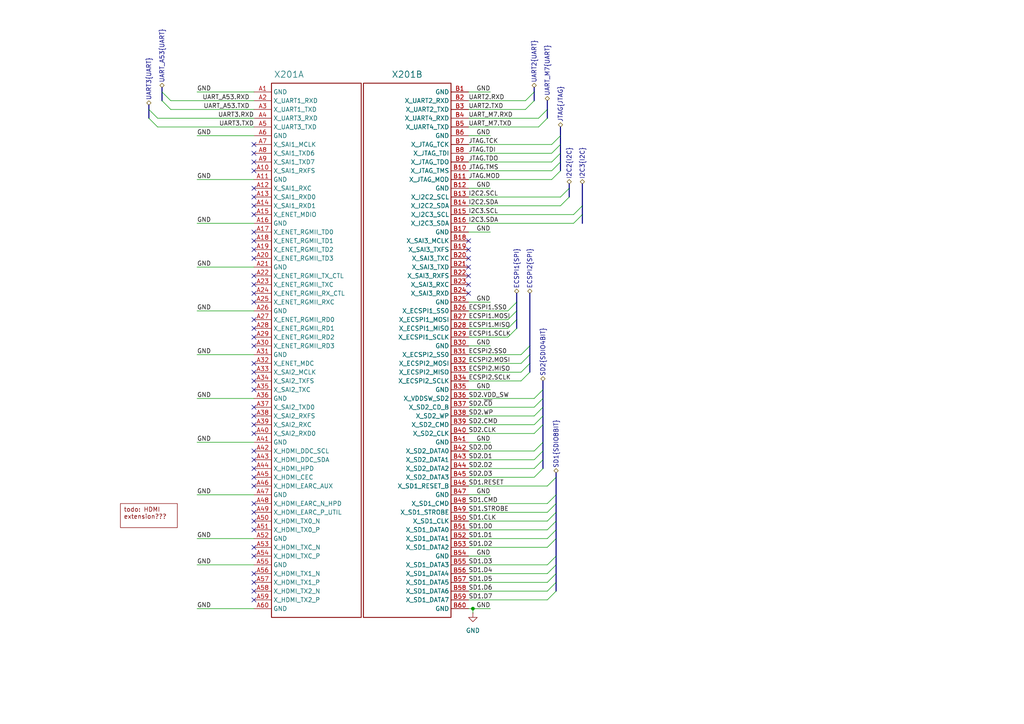
<source format=kicad_sch>
(kicad_sch (version 20250114) (generator "eeschema") (generator_version "9.0")
  (paper "A4")
  (lib_symbols
    (symbol "extras:Phytec-PCM-070"
      (property "Reference" "X" (at -30.48 154.305 0))
      (symbol "Phytec-PCM-070_1_0"
        (polyline (pts (xy -31.115 -2.54) (xy -5.08 -2.54) (xy -5.08 152.4) (xy -31.115 152.4) (xy -31.115 -2.54)) (stroke (width 0.254)))
        (pin passive line (at 0 149.86 180) (length 5.08) (name "GND") (number "A1"))
        (pin passive line (at 0 147.32 180) (length 5.08) (name "X_UART1_RXD") (number "A2"))
        (pin passive line (at 0 144.78 180) (length 5.08) (name "X_UART1_TXD") (number "A3"))
        (pin passive line (at 0 142.24 180) (length 5.08) (name "X_UART3_RXD") (number "A4"))
        (pin passive line (at 0 139.7 180) (length 5.08) (name "X_UART3_TXD") (number "A5"))
        (pin passive line (at 0 137.16 180) (length 5.08) (name "GND") (number "A6"))
        (pin passive line (at 0 134.62 180) (length 5.08) (name "X_SAI1_MCLK") (number "A7"))
        (pin passive line (at 0 132.08 180) (length 5.08) (name "X_SAI1_TXD6") (number "A8"))
        (pin passive line (at 0 129.54 180) (length 5.08) (name "X_SAI1_TXD7") (number "A9"))
        (pin passive line (at 0 127 180) (length 5.08) (name "X_SAI1_RXFS") (number "A10"))
        (pin passive line (at 0 124.46 180) (length 5.08) (name "GND") (number "A11"))
        (pin passive line (at 0 121.92 180) (length 5.08) (name "X_SAI1_RXC") (number "A12"))
        (pin passive line (at 0 119.38 180) (length 5.08) (name "X_SAI1_RXD0") (number "A13"))
        (pin passive line (at 0 116.84 180) (length 5.08) (name "X_SAI1_RXD1") (number "A14"))
        (pin passive line (at 0 114.3 180) (length 5.08) (name "X_ENET_MDIO") (number "A15"))
        (pin passive line (at 0 111.76 180) (length 5.08) (name "GND") (number "A16"))
        (pin passive line (at 0 109.22 180) (length 5.08) (name "X_ENET_RGMII_TD0") (number "A17"))
        (pin passive line (at 0 106.68 180) (length 5.08) (name "X_ENET_RGMII_TD1") (number "A18"))
        (pin passive line (at 0 104.14 180) (length 5.08) (name "X_ENET_RGMII_TD2") (number "A19"))
        (pin passive line (at 0 101.6 180) (length 5.08) (name "X_ENET_RGMII_TD3") (number "A20"))
        (pin passive line (at 0 99.06 180) (length 5.08) (name "GND") (number "A21"))
        (pin passive line (at 0 96.52 180) (length 5.08) (name "X_ENET_RGMII_TX_CTL") (number "A22"))
        (pin passive line (at 0 93.98 180) (length 5.08) (name "X_ENET_RGMII_TXC") (number "A23"))
        (pin passive line (at 0 91.44 180) (length 5.08) (name "X_ENET_RGMII_RX_CTL") (number "A24"))
        (pin passive line (at 0 88.9 180) (length 5.08) (name "X_ENET_RGMII_RXC") (number "A25"))
        (pin passive line (at 0 86.36 180) (length 5.08) (name "GND") (number "A26"))
        (pin passive line (at 0 83.82 180) (length 5.08) (name "X_ENET_RGMII_RD0") (number "A27"))
        (pin passive line (at 0 81.28 180) (length 5.08) (name "X_ENET_RGMII_RD1") (number "A28"))
        (pin passive line (at 0 78.74 180) (length 5.08) (name "X_ENET_RGMII_RD2") (number "A29"))
        (pin passive line (at 0 76.2 180) (length 5.08) (name "X_ENET_RGMII_RD3") (number "A30"))
        (pin passive line (at 0 73.66 180) (length 5.08) (name "GND") (number "A31"))
        (pin passive line (at 0 71.12 180) (length 5.08) (name "X_ENET_MDC") (number "A32"))
        (pin passive line (at 0 68.58 180) (length 5.08) (name "X_SAI2_MCLK") (number "A33"))
        (pin passive line (at 0 66.04 180) (length 5.08) (name "X_SAI2_TXFS") (number "A34"))
        (pin passive line (at 0 63.5 180) (length 5.08) (name "X_SAI2_TXC") (number "A35"))
        (pin passive line (at 0 60.96 180) (length 5.08) (name "GND") (number "A36"))
        (pin passive line (at 0 58.42 180) (length 5.08) (name "X_SAI2_TXD0") (number "A37"))
        (pin passive line (at 0 55.88 180) (length 5.08) (name "X_SAI2_RXFS") (number "A38"))
        (pin passive line (at 0 53.34 180) (length 5.08) (name "X_SAI2_RXC") (number "A39"))
        (pin passive line (at 0 50.8 180) (length 5.08) (name "X_SAI2_RXD0") (number "A40"))
        (pin passive line (at 0 48.26 180) (length 5.08) (name "GND") (number "A41"))
        (pin passive line (at 0 45.72 180) (length 5.08) (name "X_HDMI_DDC_SCL") (number "A42"))
        (pin passive line (at 0 43.18 180) (length 5.08) (name "X_HDMI_DDC_SDA") (number "A43"))
        (pin passive line (at 0 40.64 180) (length 5.08) (name "X_HDMI_HPD") (number "A44"))
        (pin passive line (at 0 38.1 180) (length 5.08) (name "X_HDMI_CEC") (number "A45"))
        (pin passive line (at 0 35.56 180) (length 5.08) (name "X_HDMI_EARC_AUX") (number "A46"))
        (pin passive line (at 0 33.02 180) (length 5.08) (name "GND") (number "A47"))
        (pin passive line (at 0 30.48 180) (length 5.08) (name "X_HDMI_EARC_N_HPD") (number "A48"))
        (pin passive line (at 0 27.94 180) (length 5.08) (name "X_HDMI_EARC_P_UTIL") (number "A49"))
        (pin passive line (at 0 25.4 180) (length 5.08) (name "X_HDMI_TX0_N") (number "A50"))
        (pin passive line (at 0 22.86 180) (length 5.08) (name "X_HDMI_TX0_P") (number "A51"))
        (pin passive line (at 0 20.32 180) (length 5.08) (name "GND") (number "A52"))
        (pin passive line (at 0 17.78 180) (length 5.08) (name "X_HDMI_TXC_N") (number "A53"))
        (pin passive line (at 0 15.24 180) (length 5.08) (name "X_HDMI_TXC_P") (number "A54"))
        (pin passive line (at 0 12.7 180) (length 5.08) (name "GND") (number "A55"))
        (pin passive line (at 0 10.16 180) (length 5.08) (name "X_HDMI_TX1_N") (number "A56"))
        (pin passive line (at 0 7.62 180) (length 5.08) (name "X_HDMI_TX1_P") (number "A57"))
        (pin passive line (at 0 5.08 180) (length 5.08) (name "X_HDMI_TX2_N") (number "A58"))
        (pin passive line (at 0 2.54 180) (length 5.08) (name "X_HDMI_TX2_P") (number "A59"))
        (pin passive line (at 0 0 180) (length 5.08) (name "GND") (number "A60"))
      )
      (symbol "Phytec-PCM-070_2_0"
        (polyline (pts (xy -30.48 -2.54) (xy -5.08 -2.54) (xy -5.08 152.4) (xy -30.48 152.4) (xy -30.48 -2.54)) (stroke (width 0.254)))
        (pin passive line (at 0 149.86 180) (length 5.08) (name "GND") (number "B1"))
        (pin passive line (at 0 147.32 180) (length 5.08) (name "X_UART2_RXD") (number "B2"))
        (pin passive line (at 0 144.78 180) (length 5.08) (name "X_UART2_TXD") (number "B3"))
        (pin passive line (at 0 142.24 180) (length 5.08) (name "X_UART4_RXD") (number "B4"))
        (pin passive line (at 0 139.7 180) (length 5.08) (name "X_UART4_TXD") (number "B5"))
        (pin passive line (at 0 137.16 180) (length 5.08) (name "GND") (number "B6"))
        (pin passive line (at 0 134.62 180) (length 5.08) (name "X_JTAG_TCK") (number "B7"))
        (pin passive line (at 0 132.08 180) (length 5.08) (name "X_JTAG_TDI") (number "B8"))
        (pin passive line (at 0 129.54 180) (length 5.08) (name "X_JTAG_TDO") (number "B9"))
        (pin passive line (at 0 127 180) (length 5.08) (name "X_JTAG_TMS") (number "B10"))
        (pin passive line (at 0 124.46 180) (length 5.08) (name "X_JTAG_MOD") (number "B11"))
        (pin passive line (at 0 121.92 180) (length 5.08) (name "GND") (number "B12"))
        (pin passive line (at 0 119.38 180) (length 5.08) (name "X_I2C2_SCL") (number "B13"))
        (pin passive line (at 0 116.84 180) (length 5.08) (name "X_I2C2_SDA") (number "B14"))
        (pin passive line (at 0 114.3 180) (length 5.08) (name "X_I2C3_SCL") (number "B15"))
        (pin passive line (at 0 111.76 180) (length 5.08) (name "X_I2C3_SDA") (number "B16"))
        (pin passive line (at 0 109.22 180) (length 5.08) (name "GND") (number "B17"))
        (pin passive line (at 0 106.68 180) (length 5.08) (name "X_SAI3_MCLK") (number "B18"))
        (pin passive line (at 0 104.14 180) (length 5.08) (name "X_SAI3_TXFS") (number "B19"))
        (pin passive line (at 0 101.6 180) (length 5.08) (name "X_SAI3_TXC") (number "B20"))
        (pin passive line (at 0 99.06 180) (length 5.08) (name "X_SAI3_TXD") (number "B21"))
        (pin passive line (at 0 96.52 180) (length 5.08) (name "X_SAI3_RXFS") (number "B22"))
        (pin passive line (at 0 93.98 180) (length 5.08) (name "X_SAI3_RXC") (number "B23"))
        (pin passive line (at 0 91.44 180) (length 5.08) (name "X_SAI3_RXD") (number "B24"))
        (pin passive line (at 0 88.9 180) (length 5.08) (name "GND") (number "B25"))
        (pin passive line (at 0 86.36 180) (length 5.08) (name "X_ECSPI1_SS0") (number "B26"))
        (pin passive line (at 0 83.82 180) (length 5.08) (name "X_ECSPI1_MOSI") (number "B27"))
        (pin passive line (at 0 81.28 180) (length 5.08) (name "X_ECSPI1_MISO") (number "B28"))
        (pin passive line (at 0 78.74 180) (length 5.08) (name "X_ECSPI1_SCLK") (number "B29"))
        (pin passive line (at 0 76.2 180) (length 5.08) (name "GND") (number "B30"))
        (pin passive line (at 0 73.66 180) (length 5.08) (name "X_ECSPI2_SS0") (number "B31"))
        (pin passive line (at 0 71.12 180) (length 5.08) (name "X_ECSPI2_MOSI") (number "B32"))
        (pin passive line (at 0 68.58 180) (length 5.08) (name "X_ECSPI2_MISO") (number "B33"))
        (pin passive line (at 0 66.04 180) (length 5.08) (name "X_ECSPI2_SCLK") (number "B34"))
        (pin passive line (at 0 63.5 180) (length 5.08) (name "GND") (number "B35"))
        (pin passive line (at 0 60.96 180) (length 5.08) (name "X_VDDSW_SD2") (number "B36"))
        (pin passive line (at 0 58.42 180) (length 5.08) (name "X_SD2_CD_B") (number "B37"))
        (pin passive line (at 0 55.88 180) (length 5.08) (name "X_SD2_WP") (number "B38"))
        (pin passive line (at 0 53.34 180) (length 5.08) (name "X_SD2_CMD") (number "B39"))
        (pin passive line (at 0 50.8 180) (length 5.08) (name "X_SD2_CLK") (number "B40"))
        (pin passive line (at 0 48.26 180) (length 5.08) (name "GND") (number "B41"))
        (pin passive line (at 0 45.72 180) (length 5.08) (name "X_SD2_DATA0") (number "B42"))
        (pin passive line (at 0 43.18 180) (length 5.08) (name "X_SD2_DATA1") (number "B43"))
        (pin passive line (at 0 40.64 180) (length 5.08) (name "X_SD2_DATA2") (number "B44"))
        (pin passive line (at 0 38.1 180) (length 5.08) (name "X_SD2_DATA3") (number "B45"))
        (pin passive line (at 0 35.56 180) (length 5.08) (name "X_SD1_RESET_B") (number "B46"))
        (pin passive line (at 0 33.02 180) (length 5.08) (name "GND") (number "B47"))
        (pin passive line (at 0 30.48 180) (length 5.08) (name "X_SD1_CMD") (number "B48"))
        (pin passive line (at 0 27.94 180) (length 5.08) (name "X_SD1_STROBE") (number "B49"))
        (pin passive line (at 0 25.4 180) (length 5.08) (name "X_SD1_CLK") (number "B50"))
        (pin passive line (at 0 22.86 180) (length 5.08) (name "X_SD1_DATA0") (number "B51"))
        (pin passive line (at 0 20.32 180) (length 5.08) (name "X_SD1_DATA1") (number "B52"))
        (pin passive line (at 0 17.78 180) (length 5.08) (name "X_SD1_DATA2") (number "B53"))
        (pin passive line (at 0 15.24 180) (length 5.08) (name "GND") (number "B54"))
        (pin passive line (at 0 12.7 180) (length 5.08) (name "X_SD1_DATA3") (number "B55"))
        (pin passive line (at 0 10.16 180) (length 5.08) (name "X_SD1_DATA4") (number "B56"))
        (pin passive line (at 0 7.62 180) (length 5.08) (name "X_SD1_DATA5") (number "B57"))
        (pin passive line (at 0 5.08 180) (length 5.08) (name "X_SD1_DATA6") (number "B58"))
        (pin passive line (at 0 2.54 180) (length 5.08) (name "X_SD1_DATA7") (number "B59"))
        (pin passive line (at 0 0 180) (length 5.08) (name "GND") (number "B60"))
      )
      (symbol "Phytec-PCM-070_3_0"
        (polyline (pts (xy -35.56 -2.54) (xy -5.08 -2.54) (xy -5.08 152.4) (xy -35.56 152.4) (xy -35.56 -2.54)) (stroke (width 0.254)))
        (pin passive line (at 0 149.86 180) (length 5.08) (name "VIN_3V3") (number "C1"))
        (pin passive line (at 0 147.32 180) (length 5.08) (name "VIN_3V3") (number "C2"))
        (pin passive line (at 0 144.78 180) (length 5.08) (name "VIN_3V3") (number "C3"))
        (pin passive line (at 0 142.24 180) (length 5.08) (name "VIN_3V3") (number "C4"))
        (pin passive line (at 0 139.7 180) (length 5.08) (name "GND") (number "C5"))
        (pin passive line (at 0 137.16 180) (length 5.08) (name "GND") (number "C6"))
        (pin passive line (at 0 134.62 180) (length 5.08) (name "GND") (number "C7"))
        (pin passive line (at 0 132.08 180) (length 5.08) (name "VIN_SNVS_1V8") (number "C8"))
        (pin passive line (at 0 129.54 180) (length 5.08) (name "VBAT") (number "C9"))
        (pin passive line (at 0 127 180) (length 5.08) (name "X_RTC_INT") (number "C10"))
        (pin passive line (at 0 124.46 180) (length 5.08) (name "X_PMIC_RST_B") (number "C11"))
        (pin passive line (at 0 121.92 180) (length 5.08) (name "X_PMIC_WDOG_B/GPIO1_IO02") (number "C12"))
        (pin passive line (at 0 119.38 180) (length 5.08) (name "X_POR_B_VIO") (number "C13"))
        (pin passive line (at 0 116.84 180) (length 5.08) (name "X_nPWR_READY") (number "C14"))
        (pin passive line (at 0 114.3 180) (length 5.08) (name "GND") (number "C15"))
        (pin passive line (at 0 111.76 180) (length 5.08) (name "X_USB1_VBUS") (number "C16"))
        (pin passive line (at 0 109.22 180) (length 5.08) (name "X_USB1_ID") (number "C17"))
        (pin passive line (at 0 106.68 180) (length 5.08) (name "X_USB1_D_N") (number "C18"))
        (pin passive line (at 0 104.14 180) (length 5.08) (name "X_USB1_D_P") (number "C19"))
        (pin passive line (at 0 101.6 180) (length 5.08) (name "GND") (number "C20"))
        (pin passive line (at 0 99.06 180) (length 5.08) (name "X_USB1_TX_N") (number "C21"))
        (pin passive line (at 0 96.52 180) (length 5.08) (name "X_USB1_TX_P") (number "C22"))
        (pin passive line (at 0 93.98 180) (length 5.08) (name "X_USB1_RX_N") (number "C23"))
        (pin passive line (at 0 91.44 180) (length 5.08) (name "X_USB1_RX_P") (number "C24"))
        (pin passive line (at 0 88.9 180) (length 5.08) (name "GND") (number "C25"))
        (pin passive line (at 0 86.36 180) (length 5.08) (name "X_USB2_VBUS") (number "C26"))
        (pin passive line (at 0 83.82 180) (length 5.08) (name "X_USB2_ID") (number "C27"))
        (pin passive line (at 0 81.28 180) (length 5.08) (name "X_USB2_D_N") (number "C28"))
        (pin passive line (at 0 78.74 180) (length 5.08) (name "X_USB2_D_P") (number "C29"))
        (pin passive line (at 0 76.2 180) (length 5.08) (name "GND") (number "C30"))
        (pin passive line (at 0 73.66 180) (length 5.08) (name "X_USB2_TX_N") (number "C31"))
        (pin passive line (at 0 71.12 180) (length 5.08) (name "X_USB2_TX_P") (number "C32"))
        (pin passive line (at 0 68.58 180) (length 5.08) (name "X_USB2_RX_N") (number "C33"))
        (pin passive line (at 0 66.04 180) (length 5.08) (name "X_USB2_RX_P") (number "C34"))
        (pin passive line (at 0 63.5 180) (length 5.08) (name "GND") (number "C35"))
        (pin passive line (at 0 60.96 180) (length 5.08) (name "X_LVDS1_D0_N") (number "C36"))
        (pin passive line (at 0 58.42 180) (length 5.08) (name "X_LVDS1_D0_P") (number "C37"))
        (pin passive line (at 0 55.88 180) (length 5.08) (name "X_LVDS1_D1_N") (number "C38"))
        (pin passive line (at 0 53.34 180) (length 5.08) (name "X_LVDS1_D1_P") (number "C39"))
        (pin passive line (at 0 50.8 180) (length 5.08) (name "GND") (number "C40"))
        (pin passive line (at 0 48.26 180) (length 5.08) (name "X_LVDS1_CLK_N") (number "C41"))
        (pin passive line (at 0 45.72 180) (length 5.08) (name "X_LVDS1_CLK_P") (number "C42"))
        (pin passive line (at 0 43.18 180) (length 5.08) (name "X_LVDS1_D2_N") (number "C43"))
        (pin passive line (at 0 40.64 180) (length 5.08) (name "X_LVDS1_D2_P") (number "C44"))
        (pin passive line (at 0 38.1 180) (length 5.08) (name "GND") (number "C45"))
        (pin passive line (at 0 35.56 180) (length 5.08) (name "X_LVDS1_D3_N") (number "C46"))
        (pin passive line (at 0 33.02 180) (length 5.08) (name "X_LVDS1_D3_P") (number "C47"))
        (pin passive line (at 0 30.48 180) (length 5.08) (name "X_LVDS0_D0_N") (number "C48"))
        (pin passive line (at 0 27.94 180) (length 5.08) (name "X_LVDS0_D0_P") (number "C49"))
        (pin passive line (at 0 25.4 180) (length 5.08) (name "GND") (number "C50"))
        (pin passive line (at 0 22.86 180) (length 5.08) (name "X_LVDS0_D1_N") (number "C51"))
        (pin passive line (at 0 20.32 180) (length 5.08) (name "X_LVDS0_D1_P") (number "C52"))
        (pin passive line (at 0 17.78 180) (length 5.08) (name "X_LVDS0_CLK_N") (number "C53"))
        (pin passive line (at 0 15.24 180) (length 5.08) (name "X_LVDS0_CLK_P") (number "C54"))
        (pin passive line (at 0 12.7 180) (length 5.08) (name "GND") (number "C55"))
        (pin passive line (at 0 10.16 180) (length 5.08) (name "X_LVDS0_D2_N") (number "C56"))
        (pin passive line (at 0 7.62 180) (length 5.08) (name "X_LVDS0_D2_P") (number "C57"))
        (pin passive line (at 0 5.08 180) (length 5.08) (name "X_LVDS0_D3_N") (number "C58"))
        (pin passive line (at 0 2.54 180) (length 5.08) (name "X_LVDS0_D3_P") (number "C59"))
        (pin passive line (at 0 0 180) (length 5.08) (name "GND") (number "C60"))
      )
      (symbol "Phytec-PCM-070_4_0"
        (polyline (pts (xy -37.465 -2.54) (xy -5.08 -2.54) (xy -5.08 152.4) (xy -37.465 152.4) (xy -37.465 -2.54)) (stroke (width 0.254)))
        (pin passive line (at 0 149.86 180) (length 5.08) (name "VIN_3V3") (number "D1"))
        (pin passive line (at 0 147.32 180) (length 5.08) (name "VIN_3V3") (number "D2"))
        (pin passive line (at 0 144.78 180) (length 5.08) (name "VIN_3V3") (number "D3"))
        (pin passive line (at 0 142.24 180) (length 5.08) (name "VIN_3V3") (number "D4"))
        (pin passive line (at 0 139.7 180) (length 5.08) (name "GND") (number "D5"))
        (pin passive line (at 0 137.16 180) (length 5.08) (name "GND") (number "D6"))
        (pin passive line (at 0 134.62 180) (length 5.08) (name "GND") (number "D7"))
        (pin passive line (at 0 132.08 180) (length 5.08) (name "X_VIO_Ctrl") (number "D8"))
        (pin passive line (at 0 129.54 180) (length 5.08) (name "X_OnOff") (number "D9"))
        (pin passive line (at 0 127 180) (length 5.08) (name "X_PMIC_ON_REQ") (number "D10"))
        (pin passive line (at 0 124.46 180) (length 5.08) (name "X_PMIC_IRQ_B") (number "D11"))
        (pin passive line (at 0 121.92 180) (length 5.08) (name "X_RTC_CLKOUT/nTEMP_ALERT") (number "D12"))
        (pin passive line (at 0 119.38 180) (length 5.08) (name "GND") (number "D13"))
        (pin passive line (at 0 116.84 180) (length 5.08) (name "X_GPIO1_IO00") (number "D14"))
        (pin passive line (at 0 114.3 180) (length 5.08) (name "X_GPIO1_IO01") (number "D15"))
        (pin passive line (at 0 111.76 180) (length 5.08) (name "X_GPIO1_IO03") (number "D16"))
        (pin passive line (at 0 109.22 180) (length 5.08) (name "X_PMIC_SD_VSEL/GPIO1_IO04") (number "D17"))
        (pin passive line (at 0 106.68 180) (length 5.08) (name "X_GPIO1_IO05") (number "D18"))
        (pin passive line (at 0 104.14 180) (length 5.08) (name "GND") (number "D19"))
        (pin passive line (at 0 101.6 180) (length 5.08) (name "X_GPIO1_IO06") (number "D20"))
        (pin passive line (at 0 99.06 180) (length 5.08) (name "X_GPIO1_IO07") (number "D21"))
        (pin passive line (at 0 96.52 180) (length 5.08) (name "X_BOOT_MODE0") (number "D22"))
        (pin passive line (at 0 93.98 180) (length 5.08) (name "X_BOOT_MODE1") (number "D23"))
        (pin passive line (at 0 91.44 180) (length 5.08) (name "X_BOOT_MODE2") (number "D24"))
        (pin passive line (at 0 88.9 180) (length 5.08) (name "X_BOOT_MODE3") (number "D25"))
        (pin passive line (at 0 86.36 180) (length 5.08) (name "GND") (number "D26"))
        (pin passive line (at 0 83.82 180) (length 5.08) (name "X_PCIE_TXN_N") (number "D27"))
        (pin passive line (at 0 81.28 180) (length 5.08) (name "X_PCIE_TXN_P") (number "D28"))
        (pin passive line (at 0 78.74 180) (length 5.08) (name "X_PCIE_RXN_N") (number "D29"))
        (pin passive line (at 0 76.2 180) (length 5.08) (name "X_PCIE_RXN_P") (number "D30"))
        (pin passive line (at 0 73.66 180) (length 5.08) (name "GND") (number "D31"))
        (pin passive line (at 0 71.12 180) (length 5.08) (name "X_PCIE_REF_PAD_CLK_N") (number "D32"))
        (pin passive line (at 0 68.58 180) (length 5.08) (name "X_PCIE_REF_PAD_CLK_P") (number "D33"))
        (pin passive line (at 0 66.04 180) (length 5.08) (name "X_MIPI_CSI1_D0_N") (number "D34"))
        (pin passive line (at 0 63.5 180) (length 5.08) (name "X_MIPI_CSI1_D0_P") (number "D35"))
        (pin passive line (at 0 60.96 180) (length 5.08) (name "GND") (number "D36"))
        (pin passive line (at 0 58.42 180) (length 5.08) (name "X_MIPI_CSI1_D1_N") (number "D37"))
        (pin passive line (at 0 55.88 180) (length 5.08) (name "X_MIPI_CSI1_D1_P") (number "D38"))
        (pin passive line (at 0 53.34 180) (length 5.08) (name "X_MIPI_CSI1_CLK_N") (number "D39"))
        (pin passive line (at 0 50.8 180) (length 5.08) (name "X_MIPI_CSI1_CLK_P") (number "D40"))
        (pin passive line (at 0 48.26 180) (length 5.08) (name "GND") (number "D41"))
        (pin passive line (at 0 45.72 180) (length 5.08) (name "X_MIPI_CSI1_D2_N") (number "D42"))
        (pin passive line (at 0 43.18 180) (length 5.08) (name "X_MIPI_CSI1_D2_P") (number "D43"))
        (pin passive line (at 0 40.64 180) (length 5.08) (name "X_MIPI_CSI1_D3_N") (number "D44"))
        (pin passive line (at 0 38.1 180) (length 5.08) (name "X_MIPI_CSI1_D3_P") (number "D45"))
        (pin passive line (at 0 35.56 180) (length 5.08) (name "GND") (number "D46"))
        (pin passive line (at 0 33.02 180) (length 5.08) (name "X_ETH1_A_N") (number "D47"))
        (pin passive line (at 0 30.48 180) (length 5.08) (name "X_ETH1_A_P") (number "D48"))
        (pin passive line (at 0 27.94 180) (length 5.08) (name "X_ETH1_B_N") (number "D49"))
        (pin passive line (at 0 25.4 180) (length 5.08) (name "X_ETH1_B_P") (number "D50"))
        (pin passive line (at 0 22.86 180) (length 5.08) (name "GND") (number "D51"))
        (pin passive line (at 0 20.32 180) (length 5.08) (name "X_ETH1_C_N") (number "D52"))
        (pin passive line (at 0 17.78 180) (length 5.08) (name "X_ETH1_C_P") (number "D53"))
        (pin passive line (at 0 15.24 180) (length 5.08) (name "X_ETH1_D_N") (number "D54"))
        (pin passive line (at 0 12.7 180) (length 5.08) (name "X_ETH1_D_P") (number "D55"))
        (pin passive line (at 0 10.16 180) (length 5.08) (name "GND") (number "D56"))
        (pin passive line (at 0 7.62 180) (length 5.08) (name "X_ETH1_GPIO0") (number "D57"))
        (pin passive line (at 0 5.08 180) (length 5.08) (name "X_ETH1_GPIO1") (number "D58"))
        (pin passive line (at 0 2.54 180) (length 5.08) (name "X_ETH1_LED0_LINK") (number "D59"))
        (pin passive line (at 0 0 180) (length 5.08) (name "X_ETH1_LED2_ACT") (number "D60"))
      )
      (symbol "Phytec-PCM-070_5_0"
        (polyline (pts (xy 5.08 -2.54) (xy 33.02 -2.54) (xy 33.02 76.2) (xy 5.08 76.2) (xy 5.08 -2.54)) (stroke (width 0.254)))
        (pin passive line (at 0 73.66 0) (length 5.08) (name "GND") (number "E1"))
        (pin passive line (at 0 71.12 0) (length 5.08) (name "X_nETHPHY_INT/GPIO1_IO15") (number "E2"))
        (pin passive line (at 0 68.58 0) (length 5.08) (name "X_GPIO1_IO14") (number "E3"))
        (pin passive line (at 0 66.04 0) (length 5.08) (name "X_GPIO1_IO13") (number "E4"))
        (pin passive line (at 0 63.5 0) (length 5.08) (name "X_GPIO1_IO12") (number "E5"))
        (pin passive line (at 0 60.96 0) (length 5.08) (name "X_GPIO1_IO11") (number "E6"))
        (pin passive line (at 0 58.42 0) (length 5.08) (name "GND") (number "E7"))
        (pin passive line (at 0 55.88 0) (length 5.08) (name "X_GPIO1_IO10") (number "E8"))
        (pin passive line (at 0 53.34 0) (length 5.08) (name "X_GPIO1_IO09") (number "E9"))
        (pin passive line (at 0 50.8 0) (length 5.08) (name "X_GPIO1_IO08") (number "E10"))
        (pin passive line (at 0 48.26 0) (length 5.08) (name "X_I2C4_SCL") (number "E11"))
        (pin passive line (at 0 45.72 0) (length 5.08) (name "X_I2C4_SDA") (number "E12"))
        (pin passive line (at 0 43.18 0) (length 5.08) (name "GND") (number "E13"))
        (pin passive line (at 0 40.64 0) (length 5.08) (name "X_SPDIF_RX") (number "E14"))
        (pin passive line (at 0 38.1 0) (length 5.08) (name "X_SPDIF_TX") (number "E15"))
        (pin passive line (at 0 35.56 0) (length 5.08) (name "X_SPDIF_EXT_CLK") (number "E16"))
        (pin passive line (at 0 33.02 0) (length 5.08) (name "GND") (number "E17"))
        (pin passive line (at 0 30.48 0) (length 5.08) (name "X_SAI5_RXD3") (number "E18"))
        (pin passive line (at 0 27.94 0) (length 5.08) (name "X_SAI5_RXD2") (number "E19"))
        (pin passive line (at 0 25.4 0) (length 5.08) (name "X_SAI5_RXD1") (number "E20"))
        (pin passive line (at 0 22.86 0) (length 5.08) (name "X_SAI5_RXD0") (number "E21"))
        (pin passive line (at 0 20.32 0) (length 5.08) (name "X_SAI5_RXC") (number "E22"))
        (pin passive line (at 0 17.78 0) (length 5.08) (name "X_SAI5_RXFS") (number "E23"))
        (pin passive line (at 0 15.24 0) (length 5.08) (name "X_SAI5_MCLK") (number "E24"))
        (pin passive line (at 0 12.7 0) (length 5.08) (name "GND") (number "E25"))
        (pin passive line (at 0 10.16 0) (length 5.08) (name "X_CLKOUT2") (number "E26"))
        (pin passive line (at 0 7.62 0) (length 5.08) (name "X_CLKOUT1") (number "E27"))
        (pin passive line (at 0 5.08 0) (length 5.08) (name "X_CLKIN2") (number "E28"))
        (pin passive line (at 0 2.54 0) (length 5.08) (name "X_CLKIN1") (number "E29"))
        (pin passive line (at 0 0 0) (length 5.08) (name "GND") (number "E30"))
      )
      (symbol "Phytec-PCM-070_6_0"
        (polyline (pts (xy -26.035 -2.54) (xy -5.08 -2.54) (xy -5.08 76.2) (xy -26.035 76.2) (xy -26.035 -2.54)) (stroke (width 0.254)))
        (pin passive line (at 0 73.66 180) (length 5.08) (name "VDD_3V3") (number "F1"))
        (pin passive line (at 0 71.12 180) (length 5.08) (name "VDD_3V3") (number "F2"))
        (pin passive line (at 0 68.58 180) (length 5.08) (name "VDD_1V8") (number "F3"))
        (pin passive line (at 0 66.04 180) (length 5.08) (name "VDD_1V8") (number "F4"))
        (pin passive line (at 0 63.5 180) (length 5.08) (name "GND") (number "F5"))
        (pin passive line (at 0 60.96 180) (length 5.08) (name "X_MIPI_DSI1_D0_N") (number "F6"))
        (pin passive line (at 0 58.42 180) (length 5.08) (name "X_MIPI_DSI1_D0_P") (number "F7"))
        (pin passive line (at 0 55.88 180) (length 5.08) (name "X_MIPI_DSI1_D1_N") (number "F8"))
        (pin passive line (at 0 53.34 180) (length 5.08) (name "X_MIPI_DSI1_D1_P") (number "F9"))
        (pin passive line (at 0 50.8 180) (length 5.08) (name "GND") (number "F10"))
        (pin passive line (at 0 48.26 180) (length 5.08) (name "X_MIPI_DSI1_CLK_N") (number "F11"))
        (pin passive line (at 0 45.72 180) (length 5.08) (name "X_MIPI_DSI1_CLK_P") (number "F12"))
        (pin passive line (at 0 43.18 180) (length 5.08) (name "X_MIPI_DSI1_D2_N") (number "F13"))
        (pin passive line (at 0 40.64 180) (length 5.08) (name "X_MIPI_DSI1_D2_P") (number "F14"))
        (pin passive line (at 0 38.1 180) (length 5.08) (name "GND") (number "F15"))
        (pin passive line (at 0 35.56 180) (length 5.08) (name "X_MIPI_DSI1_D3_N") (number "F16"))
        (pin passive line (at 0 33.02 180) (length 5.08) (name "X_MIPI_DSI1_D3_P") (number "F17"))
        (pin passive line (at 0 30.48 180) (length 5.08) (name "X_MIPI_CSI2_D3_N") (number "F18"))
        (pin passive line (at 0 27.94 180) (length 5.08) (name "X_MIPI_CSI2_D3_P") (number "F19"))
        (pin passive line (at 0 25.4 180) (length 5.08) (name "GND") (number "F20"))
        (pin passive line (at 0 22.86 180) (length 5.08) (name "X_MIPI_CSI2_D2_N") (number "F21"))
        (pin passive line (at 0 20.32 180) (length 5.08) (name "X_MIPI_CSI2_D2_P") (number "F22"))
        (pin passive line (at 0 17.78 180) (length 5.08) (name "X_MIPI_CSI2_CLK_N") (number "F23"))
        (pin passive line (at 0 15.24 180) (length 5.08) (name "X_MIPI_CSI2_CLK_P") (number "F24"))
        (pin passive line (at 0 12.7 180) (length 5.08) (name "GND") (number "F25"))
        (pin passive line (at 0 10.16 180) (length 5.08) (name "X_MIPI_CSI2_D1_N") (number "F26"))
        (pin passive line (at 0 7.62 180) (length 5.08) (name "X_MIPI_CSI2_D1_P") (number "F27"))
        (pin passive line (at 0 5.08 180) (length 5.08) (name "X_MIPI_CSI2_D0_N") (number "F28"))
        (pin passive line (at 0 2.54 180) (length 5.08) (name "X_MIPI_CSI2_D0_P") (number "F29"))
        (pin passive line (at 0 0 180) (length 5.08) (name "GND") (number "F30"))
      )
      (symbol "Phytec-PCM-070_7_0"
        (polyline (pts (xy -15.24 -2.54) (xy -5.08 -2.54) (xy -5.08 7.62) (xy -15.24 7.62) (xy -15.24 -2.54)) (stroke (width 0.254)))
        (pin passive line (at 0 5.08 180) (length 5.08) (name "HOLE1") (number "1"))
        (pin passive line (at 0 0 180) (length 5.08) (name "HOLE2") (number "2"))
      )
    )
    (symbol "power:GND" (power) (pin_numbers (hide yes)) (pin_names (offset 0) (hide yes))
      (property "Value" "GND" (at 0 -3.81 0))
      (symbol "GND_0_1"
        (polyline (pts (xy 0 0) (xy 0 -1.27) (xy 1.27 -1.27) (xy 0 -2.54) (xy -1.27 -1.27) (xy 0 -1.27)))
      )
      (symbol "GND_1_1"
        (pin power_in line (at 0 0 270) (length 0) (name "~") (number "1"))
      )
    )
  )
  (bus_alias "I2C" (members "SCL" "SDA"))
  (bus_alias "JTAG" (members "TCK" "TDI" "TDO" "TMS" "MOD"))
  (bus_alias "SDIO4BIT" (members "VDD_SW" "~{CD}" "WP" "CMD" "CLK" "D0" "D1" "D2" "D3"))
  (bus_alias "SDIO8BIT" (members "RESET" "CMD" "STROBE" "CLK" "D0" "D1" "D2" "D3" "D4" "D5" "D6" "D7"))
  (bus_alias "SPI" (members "SS0" "MOSI" "MISO" "SCLK"))
  (bus_alias "UART" (members "RXD" "TXD"))
  (text_box "todo: HDMI extension???" (at 34.925 146.05 0) (size 16.51 6.985) (margins 0.9525 0.9525 0.9525 0.9525) (stroke (width 0) (color 132 0 0 1)) (effects (font (size 1.27 1.27)) (justify left top)))
  (junction (at 137.16 176.53))
  (no_connect (at 73.66 57.15))
  (no_connect (at 135.89 77.47))
  (no_connect (at 73.66 72.39))
  (no_connect (at 73.66 173.99))
  (no_connect (at 73.66 49.53))
  (no_connect (at 73.66 46.99))
  (no_connect (at 73.66 118.11))
  (no_connect (at 135.89 69.85))
  (no_connect (at 73.66 161.29))
  (no_connect (at 73.66 69.85))
  (no_connect (at 73.66 140.97))
  (no_connect (at 73.66 123.19))
  (no_connect (at 73.66 44.45))
  (no_connect (at 73.66 110.49))
  (no_connect (at 135.89 80.01))
  (no_connect (at 73.66 153.67))
  (no_connect (at 73.66 166.37))
  (no_connect (at 73.66 87.63))
  (no_connect (at 73.66 151.13))
  (no_connect (at 73.66 41.91))
  (no_connect (at 73.66 135.89))
  (no_connect (at 73.66 59.69))
  (no_connect (at 73.66 100.33))
  (no_connect (at 73.66 85.09))
  (no_connect (at 73.66 67.31))
  (no_connect (at 73.66 105.41))
  (no_connect (at 73.66 125.73))
  (no_connect (at 135.89 82.55))
  (no_connect (at 135.89 74.93))
  (no_connect (at 73.66 62.23))
  (no_connect (at 73.66 120.65))
  (no_connect (at 73.66 97.79))
  (no_connect (at 73.66 92.71))
  (no_connect (at 135.89 85.09))
  (no_connect (at 73.66 158.75))
  (no_connect (at 73.66 113.03))
  (no_connect (at 73.66 146.05))
  (no_connect (at 73.66 171.45))
  (no_connect (at 73.66 107.95))
  (no_connect (at 73.66 54.61))
  (no_connect (at 73.66 74.93))
  (no_connect (at 73.66 133.35))
  (no_connect (at 73.66 80.01))
  (no_connect (at 73.66 130.81))
  (no_connect (at 73.66 148.59))
  (no_connect (at 73.66 82.55))
  (no_connect (at 73.66 138.43))
  (no_connect (at 73.66 168.91))
  (no_connect (at 135.89 72.39))
  (no_connect (at 73.66 95.25))
  (bus_entry (at 161.29 138.43) (size -2.54 2.54))
  (bus_entry (at 153.67 102.87) (size -2.54 2.54))
  (bus_entry (at 149.86 92.71) (size -2.54 2.54))
  (bus_entry (at 158.75 34.29) (size -2.54 2.54))
  (bus_entry (at 157.48 128.27) (size -2.54 2.54))
  (bus_entry (at 168.91 59.69) (size -2.54 2.54))
  (bus_entry (at 161.29 148.59) (size -2.54 2.54))
  (bus_entry (at 157.48 130.81) (size -2.54 2.54))
  (bus_entry (at 43.18 34.29) (size 2.54 2.54))
  (bus_entry (at 162.56 39.37) (size -2.54 2.54))
  (bus_entry (at 162.56 41.91) (size -2.54 2.54))
  (bus_entry (at 46.99 29.21) (size 2.54 2.54))
  (bus_entry (at 162.56 49.53) (size -2.54 2.54))
  (bus_entry (at 161.29 171.45) (size -2.54 2.54))
  (bus_entry (at 161.29 168.91) (size -2.54 2.54))
  (bus_entry (at 149.86 87.63) (size -2.54 2.54))
  (bus_entry (at 157.48 118.11) (size -2.54 2.54))
  (bus_entry (at 161.29 156.21) (size -2.54 2.54))
  (bus_entry (at 161.29 151.13) (size -2.54 2.54))
  (bus_entry (at 157.48 120.65) (size -2.54 2.54))
  (bus_entry (at 161.29 153.67) (size -2.54 2.54))
  (bus_entry (at 161.29 161.29) (size -2.54 2.54))
  (bus_entry (at 154.94 26.67) (size -2.54 2.54))
  (bus_entry (at 158.75 31.75) (size -2.54 2.54))
  (bus_entry (at 161.29 163.83) (size -2.54 2.54))
  (bus_entry (at 154.94 29.21) (size -2.54 2.54))
  (bus_entry (at 161.29 166.37) (size -2.54 2.54))
  (bus_entry (at 161.29 143.51) (size -2.54 2.54))
  (bus_entry (at 157.48 113.03) (size -2.54 2.54))
  (bus_entry (at 43.18 31.75) (size 2.54 2.54))
  (bus_entry (at 157.48 115.57) (size -2.54 2.54))
  (bus_entry (at 153.67 100.33) (size -2.54 2.54))
  (bus_entry (at 157.48 123.19) (size -2.54 2.54))
  (bus_entry (at 153.67 105.41) (size -2.54 2.54))
  (bus_entry (at 149.86 90.17) (size -2.54 2.54))
  (bus_entry (at 162.56 46.99) (size -2.54 2.54))
  (bus_entry (at 149.86 95.25) (size -2.54 2.54))
  (bus_entry (at 161.29 146.05) (size -2.54 2.54))
  (bus_entry (at 153.67 107.95) (size -2.54 2.54))
  (bus_entry (at 46.99 26.67) (size 2.54 2.54))
  (bus_entry (at 165.1 57.15) (size -2.54 2.54))
  (bus_entry (at 157.48 133.35) (size -2.54 2.54))
  (bus_entry (at 165.1 54.61) (size -2.54 2.54))
  (bus_entry (at 168.91 62.23) (size -2.54 2.54))
  (bus_entry (at 162.56 44.45) (size -2.54 2.54))
  (bus_entry (at 157.48 135.89) (size -2.54 2.54))
  (bus (pts (xy 161.29 138.43) (xy 161.29 143.51)))
  (wire (pts (xy 154.94 133.35) (xy 135.89 133.35)))
  (wire (pts (xy 45.72 36.83) (xy 73.66 36.83)))
  (bus (pts (xy 46.99 26.67) (xy 46.99 29.21)))
  (wire (pts (xy 57.15 156.21) (xy 73.66 156.21)))
  (wire (pts (xy 154.94 130.81) (xy 135.89 130.81)))
  (wire (pts (xy 57.15 176.53) (xy 73.66 176.53)))
  (wire (pts (xy 137.16 176.53) (xy 137.16 177.8)))
  (wire (pts (xy 135.89 46.99) (xy 160.02 46.99)))
  (wire (pts (xy 158.75 168.91) (xy 135.89 168.91)))
  (wire (pts (xy 135.89 34.29) (xy 156.21 34.29)))
  (bus (pts (xy 168.91 53.34) (xy 168.91 59.69)))
  (wire (pts (xy 147.32 92.71) (xy 135.89 92.71)))
  (wire (pts (xy 135.89 120.65) (xy 154.94 120.65)))
  (wire (pts (xy 135.89 44.45) (xy 160.02 44.45)))
  (wire (pts (xy 137.16 176.53) (xy 142.24 176.53)))
  (bus (pts (xy 161.29 148.59) (xy 161.29 151.13)))
  (bus (pts (xy 149.86 90.17) (xy 149.86 92.71)))
  (wire (pts (xy 158.75 148.59) (xy 135.89 148.59)))
  (wire (pts (xy 49.53 31.75) (xy 73.66 31.75)))
  (bus (pts (xy 162.56 36.83) (xy 162.56 39.37)))
  (bus (pts (xy 153.67 100.33) (xy 153.67 102.87)))
  (bus (pts (xy 161.29 168.91) (xy 161.29 171.45)))
  (wire (pts (xy 135.89 128.27) (xy 142.24 128.27)))
  (wire (pts (xy 162.56 59.69) (xy 135.89 59.69)))
  (bus (pts (xy 161.29 166.37) (xy 161.29 168.91)))
  (bus (pts (xy 161.29 151.13) (xy 161.29 153.67)))
  (wire (pts (xy 135.89 143.51) (xy 142.24 143.51)))
  (bus (pts (xy 165.1 54.61) (xy 165.1 57.15)))
  (wire (pts (xy 154.94 115.57) (xy 135.89 115.57)))
  (bus (pts (xy 161.29 163.83) (xy 161.29 166.37)))
  (bus (pts (xy 162.56 44.45) (xy 162.56 46.99)))
  (wire (pts (xy 135.89 176.53) (xy 137.16 176.53)))
  (bus (pts (xy 149.86 92.71) (xy 149.86 95.25)))
  (wire (pts (xy 57.15 163.83) (xy 73.66 163.83)))
  (wire (pts (xy 49.53 29.21) (xy 73.66 29.21)))
  (bus (pts (xy 161.29 153.67) (xy 161.29 156.21)))
  (bus (pts (xy 153.67 85.09) (xy 153.67 100.33)))
  (wire (pts (xy 135.89 26.67) (xy 142.24 26.67)))
  (wire (pts (xy 160.02 52.07) (xy 135.89 52.07)))
  (wire (pts (xy 158.75 140.97) (xy 135.89 140.97)))
  (wire (pts (xy 57.15 102.87) (xy 73.66 102.87)))
  (bus (pts (xy 161.29 143.51) (xy 161.29 146.05)))
  (bus (pts (xy 158.75 31.75) (xy 158.75 34.29)))
  (bus (pts (xy 157.48 133.35) (xy 157.48 135.89)))
  (wire (pts (xy 57.15 115.57) (xy 73.66 115.57)))
  (wire (pts (xy 57.15 143.51) (xy 73.66 143.51)))
  (wire (pts (xy 158.75 146.05) (xy 135.89 146.05)))
  (wire (pts (xy 154.94 135.89) (xy 135.89 135.89)))
  (bus (pts (xy 157.48 118.11) (xy 157.48 120.65)))
  (bus (pts (xy 157.48 120.65) (xy 157.48 123.19)))
  (bus (pts (xy 43.18 30.48) (xy 43.18 31.75)))
  (wire (pts (xy 135.89 31.75) (xy 152.4 31.75)))
  (wire (pts (xy 158.75 171.45) (xy 135.89 171.45)))
  (wire (pts (xy 135.89 163.83) (xy 158.75 163.83)))
  (wire (pts (xy 151.13 110.49) (xy 135.89 110.49)))
  (bus (pts (xy 161.29 146.05) (xy 161.29 148.59)))
  (wire (pts (xy 135.89 161.29) (xy 142.24 161.29)))
  (bus (pts (xy 157.48 113.03) (xy 157.48 115.57)))
  (wire (pts (xy 135.89 36.83) (xy 156.21 36.83)))
  (wire (pts (xy 57.15 77.47) (xy 73.66 77.47)))
  (wire (pts (xy 158.75 151.13) (xy 135.89 151.13)))
  (wire (pts (xy 154.94 138.43) (xy 135.89 138.43)))
  (wire (pts (xy 57.15 64.77) (xy 73.66 64.77)))
  (wire (pts (xy 160.02 49.53) (xy 135.89 49.53)))
  (wire (pts (xy 135.89 113.03) (xy 142.24 113.03)))
  (bus (pts (xy 161.29 137.16) (xy 161.29 138.43)))
  (bus (pts (xy 168.91 59.69) (xy 168.91 62.23)))
  (bus (pts (xy 157.48 115.57) (xy 157.48 118.11)))
  (wire (pts (xy 135.89 39.37) (xy 142.24 39.37)))
  (bus (pts (xy 154.94 26.67) (xy 154.94 29.21)))
  (bus (pts (xy 157.48 110.49) (xy 157.48 113.03)))
  (bus (pts (xy 162.56 46.99) (xy 162.56 49.53)))
  (wire (pts (xy 154.94 118.11) (xy 135.89 118.11)))
  (wire (pts (xy 135.89 87.63) (xy 142.24 87.63)))
  (bus (pts (xy 162.56 41.91) (xy 162.56 44.45)))
  (wire (pts (xy 151.13 107.95) (xy 135.89 107.95)))
  (wire (pts (xy 45.72 34.29) (xy 73.66 34.29)))
  (wire (pts (xy 147.32 97.79) (xy 135.89 97.79)))
  (bus (pts (xy 46.99 25.4) (xy 46.99 26.67)))
  (bus (pts (xy 161.29 161.29) (xy 161.29 163.83)))
  (bus (pts (xy 154.94 25.4) (xy 154.94 26.67)))
  (bus (pts (xy 165.1 53.34) (xy 165.1 54.61)))
  (wire (pts (xy 57.15 128.27) (xy 73.66 128.27)))
  (bus (pts (xy 149.86 87.63) (xy 149.86 90.17)))
  (wire (pts (xy 158.75 156.21) (xy 135.89 156.21)))
  (wire (pts (xy 135.89 29.21) (xy 152.4 29.21)))
  (wire (pts (xy 135.89 41.91) (xy 160.02 41.91)))
  (wire (pts (xy 135.89 54.61) (xy 142.24 54.61)))
  (bus (pts (xy 161.29 156.21) (xy 161.29 161.29)))
  (wire (pts (xy 135.89 158.75) (xy 158.75 158.75)))
  (bus (pts (xy 157.48 128.27) (xy 157.48 130.81)))
  (wire (pts (xy 147.32 90.17) (xy 135.89 90.17)))
  (bus (pts (xy 168.91 62.23) (xy 168.91 64.77)))
  (wire (pts (xy 154.94 125.73) (xy 135.89 125.73)))
  (bus (pts (xy 153.67 105.41) (xy 153.67 107.95)))
  (wire (pts (xy 57.15 26.67) (xy 73.66 26.67)))
  (bus (pts (xy 157.48 123.19) (xy 157.48 128.27)))
  (wire (pts (xy 57.15 52.07) (xy 73.66 52.07)))
  (bus (pts (xy 157.48 130.81) (xy 157.48 133.35)))
  (wire (pts (xy 166.37 64.77) (xy 135.89 64.77)))
  (wire (pts (xy 151.13 102.87) (xy 135.89 102.87)))
  (wire (pts (xy 158.75 166.37) (xy 135.89 166.37)))
  (wire (pts (xy 154.94 123.19) (xy 135.89 123.19)))
  (bus (pts (xy 43.18 31.75) (xy 43.18 34.29)))
  (wire (pts (xy 162.56 57.15) (xy 135.89 57.15)))
  (wire (pts (xy 158.75 153.67) (xy 135.89 153.67)))
  (bus (pts (xy 153.67 102.87) (xy 153.67 105.41)))
  (bus (pts (xy 149.86 85.09) (xy 149.86 87.63)))
  (wire (pts (xy 135.89 105.41) (xy 151.13 105.41)))
  (wire (pts (xy 135.89 67.31) (xy 142.24 67.31)))
  (wire (pts (xy 147.32 95.25) (xy 135.89 95.25)))
  (bus (pts (xy 158.75 29.21) (xy 158.75 31.75)))
  (bus (pts (xy 162.56 39.37) (xy 162.56 41.91)))
  (wire (pts (xy 135.89 62.23) (xy 166.37 62.23)))
  (wire (pts (xy 57.15 39.37) (xy 73.66 39.37)))
  (wire (pts (xy 158.75 173.99) (xy 135.89 173.99)))
  (wire (pts (xy 135.89 100.33) (xy 142.24 100.33)))
  (wire (pts (xy 57.15 90.17) (xy 73.66 90.17)))
  (label "SD2.D1" (at 135.89 133.35 0))
  (label "GND" (at 57.15 39.37 0))
  (label "SD1.D1" (at 135.89 156.21 0))
  (label "SD2.VDD_SW" (at 135.89 115.57 0))
  (label "ECSPI2.MOSI" (at 135.89 105.41 0))
  (label "ECSPI1.SS0" (at 135.89 90.17 0))
  (label "UART_A53.RXD" (at 72.39 29.21 180))
  (label "SD2.D3" (at 135.89 138.43 0))
  (label "SD1.STROBE" (at 135.89 148.59 0))
  (label "ECSPI2.SCLK" (at 135.89 110.49 0))
  (label "GND" (at 142.24 113.03 180))
  (label "GND" (at 57.15 176.53 0))
  (label "GND" (at 57.15 26.67 0))
  (label "ECSPI2.MISO" (at 135.89 107.95 0))
  (label "GND" (at 142.24 128.27 180))
  (label "UART2.TXD" (at 135.89 31.75 0))
  (label "JTAG.TCK" (at 135.89 41.91 0))
  (label "GND" (at 57.15 143.51 0))
  (label "JTAG.TDO" (at 135.89 46.99 0))
  (label "UART3.RXD" (at 73.66 34.29 180))
  (label "SD1.D5" (at 135.89 168.91 0))
  (label "SD1.CLK" (at 135.89 151.13 0))
  (label "SD1.D4" (at 135.89 166.37 0))
  (label "GND" (at 142.24 39.37 180))
  (label "GND" (at 57.15 115.57 0))
  (label "SD2.CLK" (at 135.89 125.73 0))
  (label "GND" (at 57.15 156.21 0))
  (label "ECSPI1.MISO" (at 135.89 95.25 0))
  (label "SD2.WP" (at 135.89 120.65 0))
  (label "SD1.RESET" (at 135.89 140.97 0))
  (label "I2C3.SDA" (at 135.89 64.77 0))
  (label "ECSPI1.MOSI" (at 135.89 92.71 0))
  (label "UART_A53.TXD" (at 72.39 31.75 180))
  (label "JTAG.TMS" (at 135.89 49.53 0))
  (label "UART_M7.TXD" (at 135.89 36.83 0))
  (label "SD1.D6" (at 135.89 171.45 0))
  (label "SD2.D0" (at 135.89 130.81 0))
  (label "UART_M7.RXD" (at 135.89 34.29 0))
  (label "SD1.D0" (at 135.89 153.67 0))
  (label "GND" (at 142.24 87.63 180))
  (label "I2C2.SCL" (at 135.89 57.15 0))
  (label "GND" (at 142.24 54.61 180))
  (label "GND" (at 57.15 163.83 0))
  (label "GND" (at 57.15 64.77 0))
  (label "I2C3.SCL" (at 135.89 62.23 0))
  (label "GND" (at 57.15 102.87 0))
  (label "GND" (at 142.24 100.33 180))
  (label "I2C2.SDA" (at 135.89 59.69 0))
  (label "GND" (at 57.15 52.07 0))
  (label "SD1.CMD" (at 135.89 146.05 0))
  (label "GND" (at 142.24 26.67 180))
  (label "GND" (at 142.24 161.29 180))
  (label "GND" (at 142.24 176.53 180))
  (label "SD1.D3" (at 135.89 163.83 0))
  (label "SD1.D7" (at 135.89 173.99 0))
  (label "GND" (at 142.24 143.51 180))
  (label "GND" (at 142.24 67.31 180))
  (label "SD2.~{CD}" (at 135.89 118.11 0))
  (label "SD1.D2" (at 135.89 158.75 0))
  (label "ECSPI2.SS0" (at 135.89 102.87 0))
  (label "UART2.RXD" (at 135.89 29.21 0))
  (label "UART3.TXD" (at 73.66 36.83 180))
  (label "SD2.D2" (at 135.89 135.89 0))
  (label "JTAG.TDI" (at 135.89 44.45 0))
  (label "JTAG.MOD" (at 135.89 52.07 0))
  (label "ECSPI1.SCLK" (at 135.89 97.79 0))
  (label "GND" (at 57.15 128.27 0))
  (label "GND" (at 57.15 77.47 0))
  (label "SD2.CMD" (at 135.89 123.19 0))
  (label "GND" (at 57.15 90.17 0))
  (hierarchical_label "I2C2{I2C}" (shape bidirectional) (at 165.1 53.34 90))
  (hierarchical_label "ECSPI2{SPI}" (shape bidirectional) (at 153.67 85.09 90))
  (hierarchical_label "UART2{UART}" (shape bidirectional) (at 154.94 25.4 90))
  (hierarchical_label "JTAG{JTAG}" (shape bidirectional) (at 162.56 36.83 90))
  (hierarchical_label "I2C3{I2C}" (shape bidirectional) (at 168.91 53.34 90))
  (hierarchical_label "UART3{UART}" (shape bidirectional) (at 43.18 30.48 90))
  (hierarchical_label "UART_A53{UART}" (shape bidirectional) (at 46.99 25.4 90))
  (hierarchical_label "SD1{SDIO8BIT}" (shape bidirectional) (at 161.29 137.16 90))
  (hierarchical_label "UART_M7{UART}" (shape bidirectional) (at 158.75 29.21 90))
  (hierarchical_label "SD2{SDIO4BIT}" (shape bidirectional) (at 157.48 110.49 90))
  (hierarchical_label "ECSPI1{SPI}" (shape bidirectional) (at 149.86 85.09 90))
  (symbol (lib_id "extras:Phytec-PCM-070") (at 135.89 176.53 0) (unit 2)
    (property "Reference" "X201" (at 118.11 21.59 0) (effects (font (size 1.8288 1.8288))))
    (property "Value" "Phytec-PCM-070" (effects (hide yes)))
    (property "Footprint" "extras:Phytec-PCM-070" (effects (hide yes)))
    (property "Datasheet" "https://www.phytec.de/cdocuments/?doc=koA7Hg" (effects (hide yes)))
    (property "Mouser Part Number" "-" (effects (hide yes)))
  )
  (symbol (lib_id "power:GND") (at 137.16 177.8 0) (unit 1)
    (property "Reference" "#PWR0701" (effects (hide yes)))
    (property "Value" "GND" (at 137.16 182.88 0))
    (property "Description" "Power symbol creates a global label with name \"GND\" , ground" (effects (hide yes)))
  )
  (symbol (lib_id "extras:Phytec-PCM-070") (at 73.66 176.53 0) (mirror y) (unit 1)
    (property "Reference" "X201" (at 83.82 21.59 0) (effects (font (size 1.8288 1.8288))))
    (property "Value" "Phytec-PCM-070" (effects (hide yes)))
    (property "Footprint" "extras:Phytec-PCM-070" (effects (hide yes)))
    (property "Datasheet" "https://www.phytec.de/cdocuments/?doc=koA7Hg" (effects (hide yes)))
    (property "Mouser Part Number" "-" (effects (hide yes)))
  )
)
</source>
